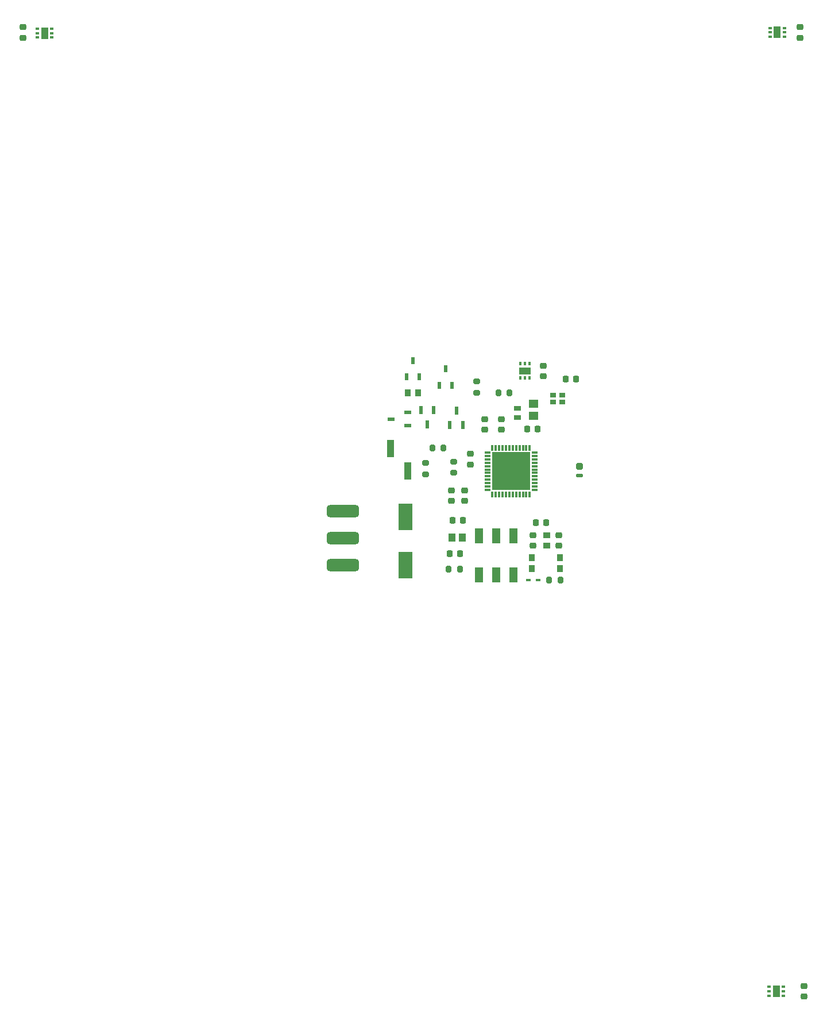
<source format=gtp>
G04 #@! TF.GenerationSoftware,KiCad,Pcbnew,7.0.6*
G04 #@! TF.CreationDate,2023-08-25T15:25:40+01:00*
G04 #@! TF.ProjectId,gdp_flexible,6764705f-666c-4657-9869-626c652e6b69,1.0*
G04 #@! TF.SameCoordinates,Original*
G04 #@! TF.FileFunction,Paste,Top*
G04 #@! TF.FilePolarity,Positive*
%FSLAX46Y46*%
G04 Gerber Fmt 4.6, Leading zero omitted, Abs format (unit mm)*
G04 Created by KiCad (PCBNEW 7.0.6) date 2023-08-25 15:25:40*
%MOMM*%
%LPD*%
G01*
G04 APERTURE LIST*
G04 Aperture macros list*
%AMRoundRect*
0 Rectangle with rounded corners*
0 $1 Rounding radius*
0 $2 $3 $4 $5 $6 $7 $8 $9 X,Y pos of 4 corners*
0 Add a 4 corners polygon primitive as box body*
4,1,4,$2,$3,$4,$5,$6,$7,$8,$9,$2,$3,0*
0 Add four circle primitives for the rounded corners*
1,1,$1+$1,$2,$3*
1,1,$1+$1,$4,$5*
1,1,$1+$1,$6,$7*
1,1,$1+$1,$8,$9*
0 Add four rect primitives between the rounded corners*
20,1,$1+$1,$2,$3,$4,$5,0*
20,1,$1+$1,$4,$5,$6,$7,0*
20,1,$1+$1,$6,$7,$8,$9,0*
20,1,$1+$1,$8,$9,$2,$3,0*%
G04 Aperture macros list end*
%ADD10R,1.000000X0.675000*%
%ADD11RoundRect,0.225000X0.225000X0.250000X-0.225000X0.250000X-0.225000X-0.250000X0.225000X-0.250000X0*%
%ADD12R,0.900000X1.000000*%
%ADD13RoundRect,0.200000X-0.200000X-0.275000X0.200000X-0.275000X0.200000X0.275000X-0.200000X0.275000X0*%
%ADD14RoundRect,0.225000X-0.250000X0.225000X-0.250000X-0.225000X0.250000X-0.225000X0.250000X0.225000X0*%
%ADD15R,1.000000X0.950000*%
%ADD16R,0.600000X1.300000*%
%ADD17RoundRect,0.225000X0.250000X-0.225000X0.250000X0.225000X-0.250000X0.225000X-0.250000X-0.225000X0*%
%ADD18R,0.350000X0.600000*%
%ADD19R,1.700000X1.100000*%
%ADD20R,1.450000X1.200000*%
%ADD21RoundRect,0.450000X-1.926875X0.450000X-1.926875X-0.450000X1.926875X-0.450000X1.926875X0.450000X0*%
%ADD22R,0.700000X0.420000*%
%ADD23R,1.100000X1.700000*%
%ADD24R,0.600000X0.350000*%
%ADD25RoundRect,0.200000X0.275000X-0.200000X0.275000X0.200000X-0.275000X0.200000X-0.275000X-0.200000X0*%
%ADD26R,1.000000X2.510000*%
%ADD27R,2.000000X4.000000*%
%ADD28R,1.000000X1.250000*%
%ADD29RoundRect,0.125000X-0.375000X-0.125000X0.375000X-0.125000X0.375000X0.125000X-0.375000X0.125000X0*%
%ADD30R,0.482600X1.117600*%
%ADD31RoundRect,0.225000X-0.225000X-0.250000X0.225000X-0.250000X0.225000X0.250000X-0.225000X0.250000X0*%
%ADD32RoundRect,0.200000X-0.275000X0.200000X-0.275000X-0.200000X0.275000X-0.200000X0.275000X0.200000X0*%
%ADD33R,1.270000X2.200000*%
%ADD34R,0.850000X0.750000*%
%ADD35RoundRect,0.200000X0.200000X0.275000X-0.200000X0.275000X-0.200000X-0.275000X0.200000X-0.275000X0*%
%ADD36R,0.300000X0.850000*%
%ADD37R,0.850000X0.300000*%
%ADD38R,5.700000X5.700000*%
%ADD39RoundRect,0.250000X-0.250000X-0.250000X0.250000X-0.250000X0.250000X0.250000X-0.250000X0.250000X0*%
%ADD40R,0.600000X1.000000*%
%ADD41R,1.117600X0.482600*%
G04 APERTURE END LIST*
D10*
X124242220Y-90203218D03*
X124242220Y-88879218D03*
D11*
X132917220Y-84541218D03*
X131367220Y-84541218D03*
D12*
X130492220Y-110841218D03*
X126392220Y-110841218D03*
X126392220Y-112441218D03*
X130492220Y-112441218D03*
D13*
X128917220Y-114141218D03*
X130567220Y-114141218D03*
D14*
X51342220Y-34216218D03*
X51342220Y-32666218D03*
D15*
X128608841Y-109104160D03*
X128608841Y-107604160D03*
D14*
X128042220Y-82566218D03*
X128042220Y-84116218D03*
D16*
X111892220Y-89091218D03*
X109992220Y-89091218D03*
X110942220Y-91191218D03*
D17*
X114542220Y-102516218D03*
X114542220Y-100966218D03*
D18*
X124692220Y-84391218D03*
X125342220Y-84391218D03*
X125992220Y-84391218D03*
X125992220Y-82291218D03*
X125342220Y-82291218D03*
X124692220Y-82291218D03*
D19*
X125342220Y-83341218D03*
D17*
X166500000Y-175575000D03*
X166500000Y-174025000D03*
D20*
X126584672Y-88141218D03*
X126584672Y-89941218D03*
D21*
X98500000Y-111995921D03*
D22*
X127267220Y-114141218D03*
X125817220Y-114141218D03*
D23*
X54542220Y-33541218D03*
D24*
X53492220Y-34191218D03*
X53492220Y-33541218D03*
X53492220Y-32891218D03*
X55592220Y-32891218D03*
X55592220Y-33541218D03*
X55592220Y-34191218D03*
D17*
X165942220Y-34216218D03*
X165942220Y-32666218D03*
D25*
X118242220Y-86566218D03*
X118242220Y-84916218D03*
D26*
X105572220Y-94801218D03*
X108112220Y-98081218D03*
D17*
X126542220Y-109116218D03*
X126542220Y-107566218D03*
D27*
X107742220Y-104841218D03*
X107742220Y-111941218D03*
D28*
X114592220Y-107941218D03*
X116092220Y-107941218D03*
D29*
X133417155Y-98738000D03*
D13*
X121417220Y-86541218D03*
X123067220Y-86541218D03*
D30*
X112692219Y-85435018D03*
X114592221Y-85435018D03*
X113642220Y-83047418D03*
D14*
X117342220Y-95566218D03*
X117342220Y-97116218D03*
D31*
X125667220Y-91941218D03*
X127217220Y-91941218D03*
D32*
X114842220Y-96716218D03*
X114842220Y-98366218D03*
D33*
X118602220Y-113441218D03*
X118602220Y-107641218D03*
X121142220Y-113441218D03*
X121142220Y-107641218D03*
X123682220Y-113441218D03*
X123682220Y-107641218D03*
D21*
X98500000Y-104000000D03*
D16*
X114292220Y-91291218D03*
X116192220Y-91291218D03*
X115242220Y-89191218D03*
D34*
X129467220Y-87966218D03*
X130817220Y-87966218D03*
X130817220Y-86916218D03*
X129467220Y-86916218D03*
D14*
X130342220Y-107566218D03*
X130342220Y-109116218D03*
D17*
X121842220Y-92016218D03*
X121842220Y-90466218D03*
X119442220Y-92016218D03*
X119442220Y-90466218D03*
D11*
X116217220Y-105341218D03*
X114667220Y-105341218D03*
D12*
X108042220Y-86541218D03*
X109642220Y-86541218D03*
D21*
X98500000Y-107995921D03*
D17*
X116442220Y-102516218D03*
X116442220Y-100966218D03*
D35*
X113367220Y-94741218D03*
X111717220Y-94741218D03*
D36*
X120554580Y-101576050D03*
X121054580Y-101576050D03*
X121554580Y-101576050D03*
X122054580Y-101576050D03*
X122554580Y-101576050D03*
X123054580Y-101576050D03*
X123554580Y-101576050D03*
X124054580Y-101576050D03*
X124554580Y-101576050D03*
X125054580Y-101576050D03*
X125554580Y-101576050D03*
X126054580Y-101576050D03*
D37*
X126754580Y-100876050D03*
X126754580Y-100376050D03*
X126754580Y-99876050D03*
X126754580Y-99376050D03*
X126754580Y-98876050D03*
X126754580Y-98376050D03*
X126754580Y-97876050D03*
X126754580Y-97376050D03*
X126754580Y-96876050D03*
X126754580Y-96376050D03*
X126754580Y-95876050D03*
X126754580Y-95376050D03*
D36*
X126054580Y-94676050D03*
X125554580Y-94676050D03*
X125054580Y-94676050D03*
X124554580Y-94676050D03*
X124054580Y-94676050D03*
X123554580Y-94676050D03*
X123054580Y-94676050D03*
X122554580Y-94676050D03*
X122054580Y-94676050D03*
X121554580Y-94676050D03*
X121054580Y-94676050D03*
X120554580Y-94676050D03*
D37*
X119854580Y-95376050D03*
X119854580Y-95876050D03*
X119854580Y-96376050D03*
X119854580Y-96876050D03*
X119854580Y-97376050D03*
X119854580Y-97876050D03*
X119854580Y-98376050D03*
X119854580Y-98876050D03*
X119854580Y-99376050D03*
X119854580Y-99876050D03*
X119854580Y-100376050D03*
X119854580Y-100876050D03*
D38*
X123304580Y-98126050D03*
D25*
X110742220Y-98566218D03*
X110742220Y-96916218D03*
D39*
X133384555Y-97436700D03*
D24*
X161350000Y-174150000D03*
X161350000Y-174800000D03*
X161350000Y-175450000D03*
X163450000Y-175450000D03*
X163450000Y-174800000D03*
X163450000Y-174150000D03*
D23*
X162400000Y-174800000D03*
D40*
X107887220Y-84241218D03*
X109797220Y-84241218D03*
X108842220Y-81841218D03*
D13*
X114117220Y-112541218D03*
X115767220Y-112541218D03*
D11*
X115817220Y-110241218D03*
X114267220Y-110241218D03*
D31*
X126967220Y-105741218D03*
X128517220Y-105741218D03*
D24*
X161492220Y-32791218D03*
X161492220Y-33441218D03*
X161492220Y-34091218D03*
X163592220Y-34091218D03*
X163592220Y-33441218D03*
X163592220Y-32791218D03*
D23*
X162542220Y-33441218D03*
D41*
X108036020Y-91391219D03*
X108036020Y-89491217D03*
X105648420Y-90441218D03*
M02*

</source>
